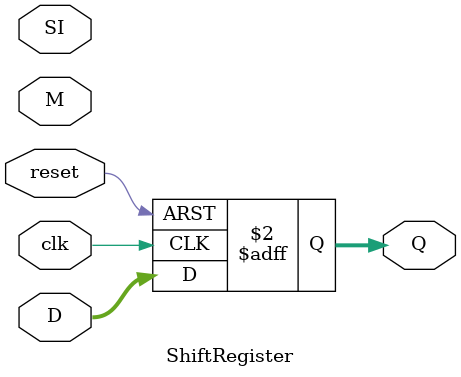
<source format=sv>
`timescale 1ns / 1ps

module ShiftRegister( 
        input wire logic clk, 
        input wire logic reset, 
        input wire logic [1:0] M, 
        input wire logic SI, 
        input wire logic [3:0] D, 
        output var logic [3:0] Q);
        
        always_ff @(posedge clk, posedge reset) begin 
            if (reset) begin 
                Q <= 4'b0; 
            end 
            else begin 
                Q <= D; 
            end 
        
        end 

    



endmodule 
</source>
